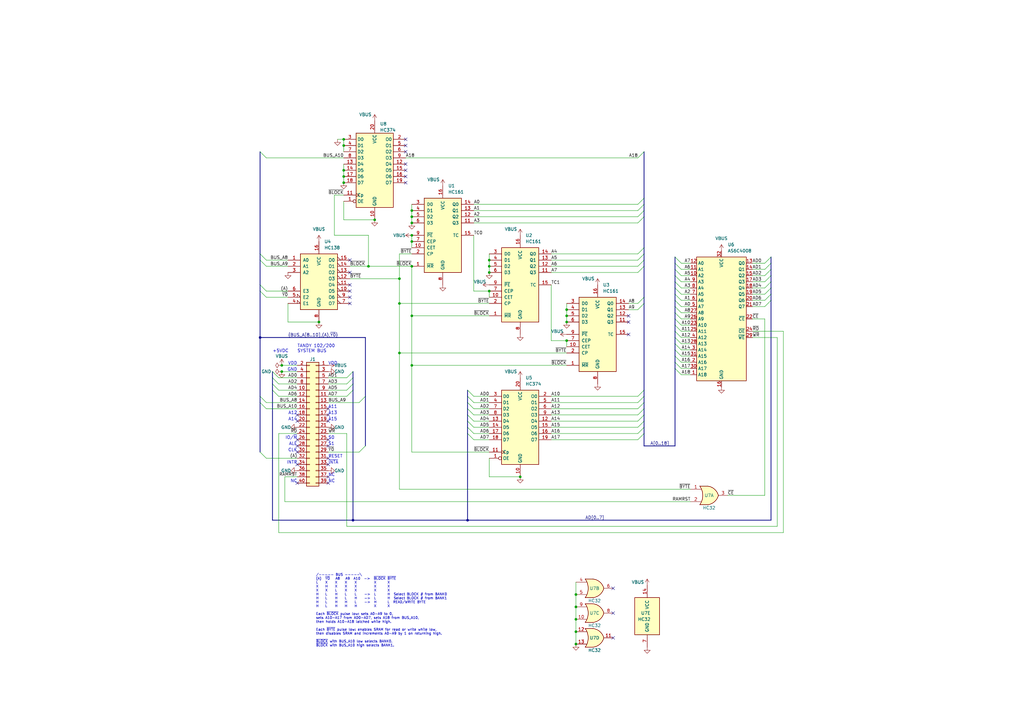
<source format=kicad_sch>
(kicad_sch (version 20231120) (generator "eeschema") (generator_version "8.0")
  (paper "A3")
  (title_block (title "MiniNDP 512 DIP Breadboard") (date "2023-12-04") (rev "002") (company "Brian K. White - b.kenyon.w@gmail.com") (comment 1 "Work-alike of NODE DATAPAC / RAMPAC") (comment 2 "This version is for breadboard prototyping and omits the battery backup components."))
  (junction (at 236.22 264.16))
  (junction (at 168.91 91.44))
  (junction (at 213.36 195.58))
  (junction (at 115.57 149.86))
  (junction (at 168.91 96.52))
  (junction (at 236.22 248.92))
  (junction (at 232.41 132.08))
  (junction (at 200.66 106.68))
  (junction (at 168.91 149.86))
  (junction (at 191.77 213.36))
  (junction (at 115.57 152.4))
  (junction (at 140.97 59.69))
  (junction (at 200.66 119.38))
  (junction (at 163.83 124.46))
  (junction (at 232.41 139.7))
  (junction (at 153.67 90.17))
  (junction (at 163.83 114.3))
  (junction (at 236.22 254))
  (junction (at 140.97 74.93))
  (junction (at 232.41 129.54))
  (junction (at 236.22 259.08))
  (junction (at 168.91 109.22))
  (junction (at 200.66 111.76))
  (junction (at 163.83 144.78))
  (junction (at 168.91 99.06))
  (junction (at 144.78 213.36))
  (junction (at 236.22 243.84))
  (junction (at 140.97 57.15))
  (junction (at 130.81 132.08))
  (junction (at 106.68 138.43))
  (junction (at 140.97 69.85))
  (junction (at 168.91 86.36))
  (junction (at 168.91 88.9))
  (junction (at 168.91 129.54))
  (junction (at 232.41 127))
  (junction (at 140.97 72.39))
  (junction (at 200.66 109.22))
  (junction (at 151.13 109.22))
  (no_connect (at 143.51 111.76))
  (no_connect (at 251.46 251.46))
  (no_connect (at 134.62 187.96))
  (no_connect (at 257.81 129.54))
  (no_connect (at 134.62 172.72))
  (no_connect (at 143.51 116.84))
  (no_connect (at 121.92 198.12))
  (no_connect (at 134.62 180.34))
  (no_connect (at 166.37 69.85))
  (no_connect (at 143.51 124.46))
  (no_connect (at 134.62 198.12))
  (no_connect (at 257.81 132.08))
  (no_connect (at 121.92 180.34))
  (no_connect (at 257.81 137.16))
  (no_connect (at 166.37 74.93))
  (no_connect (at 166.37 72.39))
  (no_connect (at 121.92 170.18))
  (no_connect (at 143.51 121.92))
  (no_connect (at 121.92 172.72))
  (no_connect (at 121.92 190.5))
  (no_connect (at 143.51 119.38))
  (no_connect (at 134.62 167.64))
  (no_connect (at 166.37 67.31))
  (no_connect (at 251.46 241.3))
  (no_connect (at 121.92 182.88))
  (no_connect (at 121.92 185.42))
  (no_connect (at 134.62 195.58))
  (no_connect (at 134.62 170.18))
  (no_connect (at 251.46 261.62))
  (no_connect (at 134.62 182.88))
  (no_connect (at 134.62 190.5))
  (no_connect (at 166.37 62.23))
  (no_connect (at 166.37 57.15))
  (no_connect (at 166.37 59.69))
  (no_connect (at 143.51 106.68))
  (bus_entry (at 261.62 127) (size 2.54 -2.54))
  (bus_entry (at 279.4 153.67) (size -2.54 -2.54))
  (bus_entry (at 313.69 110.49) (size 2.54 -2.54))
  (bus_entry (at 106.68 165.1) (size 2.54 2.54))
  (bus_entry (at 261.62 83.82) (size 2.54 -2.54))
  (bus_entry (at 114.3 160.02) (size -2.54 -2.54))
  (bus_entry (at 264.16 62.23) (size -2.54 2.54))
  (bus_entry (at 261.62 91.44) (size 2.54 -2.54))
  (bus_entry (at 279.4 118.11) (size -2.54 -2.54))
  (bus_entry (at 261.62 172.72) (size 2.54 -2.54))
  (bus_entry (at 279.4 120.65) (size -2.54 -2.54))
  (bus_entry (at 279.4 130.81) (size -2.54 -2.54))
  (bus_entry (at 261.62 175.26) (size 2.54 -2.54))
  (bus_entry (at 191.77 175.26) (size 2.54 2.54))
  (bus_entry (at 106.68 116.84) (size 2.54 2.54))
  (bus_entry (at 114.3 162.56) (size -2.54 -2.54))
  (bus_entry (at 279.4 143.51) (size -2.54 -2.54))
  (bus_entry (at 114.3 154.94) (size -2.54 -2.54))
  (bus_entry (at 106.68 106.68) (size 2.54 2.54))
  (bus_entry (at 279.4 125.73) (size -2.54 -2.54))
  (bus_entry (at 279.4 123.19) (size -2.54 -2.54))
  (bus_entry (at 279.4 115.57) (size -2.54 -2.54))
  (bus_entry (at 261.62 109.22) (size 2.54 -2.54))
  (bus_entry (at 279.4 128.27) (size -2.54 -2.54))
  (bus_entry (at 279.4 135.89) (size -2.54 -2.54))
  (bus_entry (at 142.24 154.94) (size 2.54 -2.54))
  (bus_entry (at 149.86 182.88) (size -2.54 2.54))
  (bus_entry (at 261.62 167.64) (size 2.54 -2.54))
  (bus_entry (at 279.4 151.13) (size -2.54 -2.54))
  (bus_entry (at 313.69 118.11) (size 2.54 -2.54))
  (bus_entry (at 261.62 177.8) (size 2.54 -2.54))
  (bus_entry (at 279.4 110.49) (size -2.54 -2.54))
  (bus_entry (at 149.86 162.56) (size -2.54 2.54))
  (bus_entry (at 313.69 120.65) (size 2.54 -2.54))
  (bus_entry (at 191.77 177.8) (size 2.54 2.54))
  (bus_entry (at 279.4 148.59) (size -2.54 -2.54))
  (bus_entry (at 106.68 104.14) (size 2.54 2.54))
  (bus_entry (at 261.62 106.68) (size 2.54 -2.54))
  (bus_entry (at 106.68 119.38) (size 2.54 2.54))
  (bus_entry (at 279.4 133.35) (size -2.54 -2.54))
  (bus_entry (at 313.69 125.73) (size 2.54 -2.54))
  (bus_entry (at 313.69 123.19) (size 2.54 -2.54))
  (bus_entry (at 114.3 157.48) (size -2.54 -2.54))
  (bus_entry (at 142.24 162.56) (size 2.54 -2.54))
  (bus_entry (at 261.62 124.46) (size 2.54 -2.54))
  (bus_entry (at 191.77 162.56) (size 2.54 2.54))
  (bus_entry (at 261.62 165.1) (size 2.54 -2.54))
  (bus_entry (at 279.4 138.43) (size -2.54 -2.54))
  (bus_entry (at 313.69 113.03) (size 2.54 -2.54))
  (bus_entry (at 191.77 172.72) (size 2.54 2.54))
  (bus_entry (at 313.69 107.95) (size 2.54 -2.54))
  (bus_entry (at 279.4 146.05) (size -2.54 -2.54))
  (bus_entry (at 261.62 162.56) (size 2.54 -2.54))
  (bus_entry (at 279.4 140.97) (size -2.54 -2.54))
  (bus_entry (at 261.62 104.14) (size 2.54 -2.54))
  (bus_entry (at 313.69 115.57) (size 2.54 -2.54))
  (bus_entry (at 106.68 162.56) (size 2.54 2.54))
  (bus_entry (at 191.77 170.18) (size 2.54 2.54))
  (bus_entry (at 261.62 88.9) (size 2.54 -2.54))
  (bus_entry (at 191.77 160.02) (size 2.54 2.54))
  (bus_entry (at 261.62 170.18) (size 2.54 -2.54))
  (bus_entry (at 279.4 107.95) (size -2.54 -2.54))
  (bus_entry (at 142.24 157.48) (size 2.54 -2.54))
  (bus_entry (at 191.77 165.1) (size 2.54 2.54))
  (bus_entry (at 106.68 62.23) (size 2.54 2.54))
  (bus_entry (at 191.77 167.64) (size 2.54 2.54))
  (bus_entry (at 279.4 113.03) (size -2.54 -2.54))
  (bus_entry (at 261.62 180.34) (size 2.54 -2.54))
  (bus_entry (at 109.22 187.96) (size -2.54 -2.54))
  (bus_entry (at 261.62 111.76) (size 2.54 -2.54))
  (bus_entry (at 142.24 160.02) (size 2.54 -2.54))
  (bus_entry (at 261.62 86.36) (size 2.54 -2.54))
  (bus (pts (xy 191.77 175.26) (xy 191.77 177.8)))
  (wire (pts (xy 194.31 162.56) (xy 200.66 162.56)))
  (bus (pts (xy 276.86 140.97) (xy 276.86 143.51)))
  (wire (pts (xy 163.83 200.66) (xy 283.21 200.66)))
  (bus (pts (xy 106.68 106.68) (xy 106.68 116.84)))
  (wire (pts (xy 313.69 130.81) (xy 308.61 130.81)))
  (wire (pts (xy 140.97 57.15) (xy 140.97 59.69)))
  (wire (pts (xy 168.91 96.52) (xy 168.91 99.06)))
  (wire (pts (xy 200.66 109.22) (xy 200.66 111.76)))
  (wire (pts (xy 116.84 195.58) (xy 116.84 205.74)))
  (wire (pts (xy 279.4 128.27) (xy 283.21 128.27)))
  (wire (pts (xy 109.22 64.77) (xy 140.97 64.77)))
  (wire (pts (xy 257.81 124.46) (xy 261.62 124.46)))
  (wire (pts (xy 168.91 129.54) (xy 200.66 129.54)))
  (wire (pts (xy 308.61 125.73) (xy 313.69 125.73)))
  (bus (pts (xy 106.68 138.43) (xy 149.86 138.43)))
  (wire (pts (xy 194.31 177.8) (xy 200.66 177.8)))
  (wire (pts (xy 200.66 195.58) (xy 200.66 187.96)))
  (wire (pts (xy 279.4 113.03) (xy 283.21 113.03)))
  (wire (pts (xy 226.06 170.18) (xy 261.62 170.18)))
  (bus (pts (xy 276.86 125.73) (xy 276.86 128.27)))
  (bus (pts (xy 276.86 148.59) (xy 276.86 151.13)))
  (wire (pts (xy 194.31 83.82) (xy 261.62 83.82)))
  (wire (pts (xy 114.3 162.56) (xy 121.92 162.56)))
  (bus (pts (xy 276.86 151.13) (xy 276.86 182.88)))
  (bus (pts (xy 149.86 138.43) (xy 149.86 162.56)))
  (wire (pts (xy 109.22 121.92) (xy 118.11 121.92)))
  (bus (pts (xy 106.68 165.1) (xy 106.68 185.42)))
  (bus (pts (xy 276.86 107.95) (xy 276.86 110.49)))
  (bus (pts (xy 191.77 177.8) (xy 191.77 213.36)))
  (wire (pts (xy 168.91 185.42) (xy 200.66 185.42)))
  (bus (pts (xy 111.76 154.94) (xy 111.76 157.48)))
  (wire (pts (xy 232.41 139.7) (xy 226.06 139.7)))
  (wire (pts (xy 163.83 124.46) (xy 200.66 124.46)))
  (bus (pts (xy 264.16 86.36) (xy 264.16 88.9)))
  (bus (pts (xy 144.78 160.02) (xy 144.78 213.36)))
  (bus (pts (xy 264.16 88.9) (xy 264.16 101.6)))
  (wire (pts (xy 279.4 133.35) (xy 283.21 133.35)))
  (wire (pts (xy 163.83 114.3) (xy 163.83 124.46)))
  (wire (pts (xy 114.3 154.94) (xy 121.92 154.94)))
  (wire (pts (xy 232.41 124.46) (xy 232.41 127)))
  (bus (pts (xy 106.68 116.84) (xy 106.68 119.38)))
  (bus (pts (xy 264.16 182.88) (xy 276.86 182.88)))
  (wire (pts (xy 134.62 165.1) (xy 147.32 165.1)))
  (bus (pts (xy 144.78 213.36) (xy 191.77 213.36)))
  (wire (pts (xy 151.13 109.22) (xy 168.91 109.22)))
  (bus (pts (xy 264.16 106.68) (xy 264.16 109.22)))
  (bus (pts (xy 111.76 160.02) (xy 111.76 213.36)))
  (bus (pts (xy 316.23 115.57) (xy 316.23 118.11)))
  (wire (pts (xy 308.61 120.65) (xy 313.69 120.65)))
  (bus (pts (xy 264.16 170.18) (xy 264.16 172.72)))
  (wire (pts (xy 279.4 123.19) (xy 283.21 123.19)))
  (bus (pts (xy 276.86 105.41) (xy 276.86 107.95)))
  (wire (pts (xy 226.06 162.56) (xy 261.62 162.56)))
  (wire (pts (xy 232.41 127) (xy 232.41 129.54)))
  (wire (pts (xy 279.4 110.49) (xy 283.21 110.49)))
  (wire (pts (xy 226.06 180.34) (xy 261.62 180.34)))
  (bus (pts (xy 276.86 123.19) (xy 276.86 125.73)))
  (wire (pts (xy 163.83 144.78) (xy 232.41 144.78)))
  (wire (pts (xy 226.06 172.72) (xy 261.62 172.72)))
  (bus (pts (xy 264.16 177.8) (xy 264.16 182.88)))
  (wire (pts (xy 137.16 96.52) (xy 137.16 80.01)))
  (wire (pts (xy 279.4 135.89) (xy 283.21 135.89)))
  (bus (pts (xy 276.86 120.65) (xy 276.86 123.19)))
  (wire (pts (xy 279.4 146.05) (xy 283.21 146.05)))
  (wire (pts (xy 168.91 101.6) (xy 168.91 99.06)))
  (wire (pts (xy 115.57 149.86) (xy 121.92 149.86)))
  (wire (pts (xy 318.77 138.43) (xy 318.77 215.9)))
  (wire (pts (xy 142.24 177.8) (xy 142.24 215.9)))
  (wire (pts (xy 232.41 139.7) (xy 232.41 142.24)))
  (wire (pts (xy 279.4 115.57) (xy 283.21 115.57)))
  (wire (pts (xy 163.83 144.78) (xy 163.83 200.66)))
  (wire (pts (xy 140.97 90.17) (xy 140.97 82.55)))
  (bus (pts (xy 276.86 115.57) (xy 276.86 118.11)))
  (wire (pts (xy 194.31 175.26) (xy 200.66 175.26)))
  (bus (pts (xy 316.23 118.11) (xy 316.23 120.65)))
  (bus (pts (xy 276.86 128.27) (xy 276.86 130.81)))
  (wire (pts (xy 134.62 154.94) (xy 142.24 154.94)))
  (wire (pts (xy 257.81 127) (xy 261.62 127)))
  (bus (pts (xy 106.68 62.23) (xy 106.68 104.14)))
  (wire (pts (xy 114.3 160.02) (xy 121.92 160.02)))
  (bus (pts (xy 106.68 162.56) (xy 106.68 165.1)))
  (wire (pts (xy 168.91 83.82) (xy 168.91 86.36)))
  (wire (pts (xy 279.4 153.67) (xy 283.21 153.67)))
  (wire (pts (xy 118.11 132.08) (xy 130.81 132.08)))
  (bus (pts (xy 264.16 167.64) (xy 264.16 170.18)))
  (wire (pts (xy 236.22 254) (xy 236.22 259.08)))
  (bus (pts (xy 316.23 110.49) (xy 316.23 113.03)))
  (bus (pts (xy 264.16 162.56) (xy 264.16 165.1)))
  (bus (pts (xy 264.16 172.72) (xy 264.16 175.26)))
  (wire (pts (xy 226.06 175.26) (xy 261.62 175.26)))
  (bus (pts (xy 264.16 81.28) (xy 264.16 83.82)))
  (wire (pts (xy 279.4 143.51) (xy 283.21 143.51)))
  (bus (pts (xy 191.77 172.72) (xy 191.77 175.26)))
  (bus (pts (xy 106.68 104.14) (xy 106.68 106.68)))
  (wire (pts (xy 200.66 106.68) (xy 200.66 109.22)))
  (wire (pts (xy 194.31 96.52) (xy 194.31 119.38)))
  (wire (pts (xy 194.31 91.44) (xy 261.62 91.44)))
  (bus (pts (xy 264.16 165.1) (xy 264.16 167.64)))
  (wire (pts (xy 143.51 109.22) (xy 151.13 109.22)))
  (bus (pts (xy 149.86 162.56) (xy 149.86 182.88)))
  (wire (pts (xy 137.16 80.01) (xy 140.97 80.01)))
  (wire (pts (xy 318.77 138.43) (xy 308.61 138.43)))
  (wire (pts (xy 308.61 115.57) (xy 313.69 115.57)))
  (wire (pts (xy 194.31 165.1) (xy 200.66 165.1)))
  (wire (pts (xy 116.84 205.74) (xy 283.21 205.74)))
  (bus (pts (xy 191.77 213.36) (xy 316.23 213.36)))
  (wire (pts (xy 134.62 177.8) (xy 142.24 177.8)))
  (bus (pts (xy 106.68 138.43) (xy 106.68 162.56)))
  (wire (pts (xy 163.83 124.46) (xy 163.83 144.78)))
  (wire (pts (xy 279.4 107.95) (xy 283.21 107.95)))
  (wire (pts (xy 226.06 165.1) (xy 261.62 165.1)))
  (wire (pts (xy 115.57 152.4) (xy 121.92 152.4)))
  (bus (pts (xy 264.16 109.22) (xy 264.16 121.92)))
  (bus (pts (xy 191.77 160.02) (xy 191.77 162.56)))
  (bus (pts (xy 264.16 121.92) (xy 264.16 124.46)))
  (bus (pts (xy 316.23 107.95) (xy 316.23 110.49)))
  (wire (pts (xy 194.31 119.38) (xy 200.66 119.38)))
  (wire (pts (xy 151.13 109.22) (xy 151.13 96.52)))
  (bus (pts (xy 316.23 120.65) (xy 316.23 123.19)))
  (wire (pts (xy 163.83 104.14) (xy 168.91 104.14)))
  (bus (pts (xy 276.86 118.11) (xy 276.86 120.65)))
  (wire (pts (xy 168.91 109.22) (xy 168.91 129.54)))
  (bus (pts (xy 144.78 154.94) (xy 144.78 157.48)))
  (bus (pts (xy 276.86 110.49) (xy 276.86 113.03)))
  (wire (pts (xy 236.22 259.08) (xy 236.22 264.16)))
  (wire (pts (xy 166.37 64.77) (xy 261.62 64.77)))
  (wire (pts (xy 163.83 104.14) (xy 163.83 114.3)))
  (bus (pts (xy 316.23 105.41) (xy 316.23 107.95)))
  (bus (pts (xy 276.86 130.81) (xy 276.86 133.35)))
  (bus (pts (xy 144.78 157.48) (xy 144.78 160.02)))
  (wire (pts (xy 308.61 118.11) (xy 313.69 118.11)))
  (wire (pts (xy 226.06 106.68) (xy 261.62 106.68)))
  (wire (pts (xy 140.97 59.69) (xy 140.97 62.23)))
  (bus (pts (xy 276.86 143.51) (xy 276.86 146.05)))
  (wire (pts (xy 236.22 248.92) (xy 236.22 254)))
  (wire (pts (xy 194.31 170.18) (xy 200.66 170.18)))
  (wire (pts (xy 153.67 90.17) (xy 140.97 90.17)))
  (wire (pts (xy 279.4 130.81) (xy 283.21 130.81)))
  (bus (pts (xy 276.86 135.89) (xy 276.86 138.43)))
  (bus (pts (xy 191.77 167.64) (xy 191.77 170.18)))
  (bus (pts (xy 111.76 157.48) (xy 111.76 160.02)))
  (wire (pts (xy 138.43 57.15) (xy 140.97 57.15)))
  (wire (pts (xy 226.06 111.76) (xy 261.62 111.76)))
  (wire (pts (xy 134.62 157.48) (xy 142.24 157.48)))
  (wire (pts (xy 226.06 139.7) (xy 226.06 116.84)))
  (wire (pts (xy 226.06 109.22) (xy 261.62 109.22)))
  (wire (pts (xy 226.06 177.8) (xy 261.62 177.8)))
  (wire (pts (xy 140.97 69.85) (xy 140.97 72.39)))
  (wire (pts (xy 109.22 165.1) (xy 121.92 165.1)))
  (wire (pts (xy 279.4 118.11) (xy 283.21 118.11)))
  (wire (pts (xy 279.4 125.73) (xy 283.21 125.73)))
  (bus (pts (xy 316.23 113.03) (xy 316.23 115.57)))
  (wire (pts (xy 151.13 96.52) (xy 137.16 96.52)))
  (wire (pts (xy 109.22 119.38) (xy 118.11 119.38)))
  (bus (pts (xy 264.16 104.14) (xy 264.16 106.68)))
  (bus (pts (xy 144.78 152.4) (xy 144.78 154.94)))
  (wire (pts (xy 308.61 113.03) (xy 313.69 113.03)))
  (wire (pts (xy 194.31 172.72) (xy 200.66 172.72)))
  (bus (pts (xy 276.86 146.05) (xy 276.86 148.59)))
  (wire (pts (xy 168.91 86.36) (xy 168.91 88.9)))
  (wire (pts (xy 308.61 110.49) (xy 313.69 110.49)))
  (wire (pts (xy 140.97 72.39) (xy 140.97 74.93)))
  (wire (pts (xy 308.61 107.95) (xy 313.69 107.95)))
  (bus (pts (xy 264.16 62.23) (xy 264.16 81.28)))
  (wire (pts (xy 143.51 114.3) (xy 163.83 114.3)))
  (wire (pts (xy 118.11 124.46) (xy 118.11 132.08)))
  (bus (pts (xy 191.77 165.1) (xy 191.77 167.64)))
  (wire (pts (xy 236.22 243.84) (xy 236.22 248.92)))
  (wire (pts (xy 279.4 148.59) (xy 283.21 148.59)))
  (wire (pts (xy 236.22 238.76) (xy 236.22 243.84)))
  (bus (pts (xy 264.16 83.82) (xy 264.16 86.36)))
  (wire (pts (xy 168.91 129.54) (xy 168.91 149.86)))
  (wire (pts (xy 308.61 123.19) (xy 313.69 123.19)))
  (wire (pts (xy 114.3 177.8) (xy 114.3 218.44)))
  (wire (pts (xy 114.3 157.48) (xy 121.92 157.48)))
  (bus (pts (xy 264.16 160.02) (xy 264.16 162.56)))
  (bus (pts (xy 106.68 119.38) (xy 106.68 138.43)))
  (wire (pts (xy 134.62 162.56) (xy 142.24 162.56)))
  (bus (pts (xy 264.16 101.6) (xy 264.16 104.14)))
  (wire (pts (xy 232.41 129.54) (xy 232.41 132.08)))
  (wire (pts (xy 121.92 177.8) (xy 114.3 177.8)))
  (wire (pts (xy 318.77 215.9) (xy 142.24 215.9)))
  (wire (pts (xy 313.69 130.81) (xy 313.69 203.2)))
  (wire (pts (xy 134.62 160.02) (xy 142.24 160.02)))
  (wire (pts (xy 109.22 106.68) (xy 118.11 106.68)))
  (wire (pts (xy 168.91 149.86) (xy 168.91 185.42)))
  (bus (pts (xy 276.86 138.43) (xy 276.86 140.97)))
  (wire (pts (xy 194.31 86.36) (xy 261.62 86.36)))
  (wire (pts (xy 168.91 149.86) (xy 232.41 149.86)))
  (wire (pts (xy 134.62 185.42) (xy 147.32 185.42)))
  (wire (pts (xy 194.31 167.64) (xy 200.66 167.64)))
  (wire (pts (xy 109.22 167.64) (xy 121.92 167.64)))
  (wire (pts (xy 279.4 151.13) (xy 283.21 151.13)))
  (wire (pts (xy 116.84 195.58) (xy 121.92 195.58)))
  (wire (pts (xy 194.31 88.9) (xy 261.62 88.9)))
  (wire (pts (xy 213.36 195.58) (xy 200.66 195.58)))
  (bus (pts (xy 264.16 124.46) (xy 264.16 160.02)))
  (bus (pts (xy 191.77 170.18) (xy 191.77 172.72)))
  (wire (pts (xy 200.66 104.14) (xy 200.66 106.68)))
  (wire (pts (xy 109.22 109.22) (xy 118.11 109.22)))
  (bus (pts (xy 316.23 123.19) (xy 316.23 213.36)))
  (wire (pts (xy 279.4 120.65) (xy 283.21 120.65)))
  (wire (pts (xy 226.06 104.14) (xy 261.62 104.14)))
  (bus (pts (xy 276.86 133.35) (xy 276.86 135.89)))
  (wire (pts (xy 308.61 135.89) (xy 321.31 135.89)))
  (wire (pts (xy 200.66 119.38) (xy 200.66 121.92)))
  (bus (pts (xy 276.86 113.03) (xy 276.86 115.57)))
  (wire (pts (xy 194.31 180.34) (xy 200.66 180.34)))
  (wire (pts (xy 321.31 218.44) (xy 321.31 135.89)))
  (wire (pts (xy 109.22 187.96) (xy 121.92 187.96)))
  (bus (pts (xy 111.76 152.4) (xy 111.76 154.94)))
  (wire (pts (xy 279.4 138.43) (xy 283.21 138.43)))
  (wire (pts (xy 226.06 167.64) (xy 261.62 167.64)))
  (wire (pts (xy 168.91 88.9) (xy 168.91 91.44)))
  (wire (pts (xy 279.4 140.97) (xy 283.21 140.97)))
  (bus (pts (xy 191.77 162.56) (xy 191.77 165.1)))
  (bus (pts (xy 111.76 213.36) (xy 144.78 213.36)))
  (bus (pts (xy 264.16 175.26) (xy 264.16 177.8)))
  (wire (pts (xy 140.97 67.31) (xy 140.97 69.85)))
  (wire (pts (xy 313.69 203.2) (xy 298.45 203.2)))
  (wire (pts (xy 114.3 218.44) (xy 321.31 218.44)))
  (text "TANDY 102/200\nSYSTEM BUS" (at 121.92 144.78 0) (effects (font (size 1.27 1.27)) (justify left bottom)))
  (text "+5VDC" (at 111.76 144.78 0) (effects (font (size 1.27 1.27)) (justify left bottom)))
  (text "A15" (at 134.62 172.72 0) (effects (font (size 1.27 1.27)) (justify left bottom)))
  (text "INTR" (at 121.92 190.5 0) (effects (font (size 1.27 1.27)) (justify right bottom)))
  (text "A14" (at 121.92 172.72 0) (effects (font (size 1.27 1.27)) (justify right bottom)))
  (text "ALE" (at 121.92 182.88 0) (effects (font (size 1.27 1.27)) (justify right bottom)))
  (text "S1" (at 134.62 182.88 0) (effects (font (size 1.27 1.27)) (justify left bottom)))
  (text "NC" (at 134.62 198.12 0) (effects (font (size 1.27 1.27)) (justify left bottom)))
  (text "NC" (at 134.62 195.58 0) (effects (font (size 1.27 1.27)) (justify left bottom)))
  (text "~{INTA}" (at 134.62 190.5 0) (effects (font (size 1.27 1.27)) (justify left bottom)))
  (text "CLK" (at 121.92 185.42 0) (effects (font (size 1.27 1.27)) (justify right bottom)))
  (text "GND" (at 121.92 152.4 0) (effects (font (size 1.27 1.27)) (justify right bottom)))
  (text "/----- BUS -----\\\n(A)	~{YO}   A8   A9  A10  ->  ~{BLOCK} ~{BYTE}\nL	X	X	X	X		X	  X\nX	H	X	X	X		X	  X\nX	X	L	X	X		X	  X\nH	L	H	L	L	->  L	  H  Select BLOCK # from BANK0\nH	L	H	L	H	->  L	  H  Select BLOCK # from BANK1\nH	L	H	H	L	->  H	  L  READ/WRITE BYTE\nH	L	H	H	H		X	  X\n\nEach ~{BLOCK} pulse low: sets A0-A9 to 0,\nsets A10-A17 from AD0-AD7, sets A18 from BUS_A10,\nthen holds A10-A18 latched while high.\n\nEach ~{BYTE} pulse low: enables SRAM for read or write while low,\nthen disables SRAM and increments A0-A9 by 1 on returning high.\n\n~{BLOCK} with BUS_A10 low selects BANK0.\n~{BLOCK} with BUS_A10 high selects BANK1." (at 129.54 265.43 0) (effects (font (size 1 1)) (justify left bottom)))
  (text "IO/~{M}" (at 121.92 180.34 0) (effects (font (size 1.27 1.27)) (justify right bottom)))
  (text "VDD" (at 121.92 149.86 0) (effects (font (size 1.27 1.27)) (justify right bottom)))
  (text "S0" (at 134.62 180.34 0) (effects (font (size 1.27 1.27)) (justify left bottom)))
  (text "RESET" (at 134.62 187.96 0) (effects (font (size 1.27 1.27)) (justify left bottom)))
  (text "NC" (at 121.92 198.12 0) (effects (font (size 1.27 1.27)) (justify right bottom)))
  (text "A11" (at 134.62 167.64 0) (effects (font (size 1.27 1.27)) (justify left bottom)))
  (text "VDD" (at 134.62 149.86 0) (effects (font (size 1.27 1.27)) (justify left bottom)))
  (text "A13" (at 134.62 170.18 0) (effects (font (size 1.27 1.27)) (justify left bottom)))
  (text "A12" (at 121.92 170.18 0) (effects (font (size 1.27 1.27)) (justify right bottom)))
  (label "BUS_A8" (at 121.92 165.1 180))
  (label "~{RD}" (at 308.61 135.89 0))
  (label "A17" (at 226.06 180.34 0))
  (label "AD3" (at 134.62 157.48 0))
  (label "A5" (at 226.06 106.68 0))
  (label "A1" (at 283.21 123.19 180))
  (label "A7" (at 283.21 107.95 180))
  (label "A2" (at 194.31 88.9 0))
  (label "AD5" (at 200.66 175.26 180))
  (label "A13" (at 283.21 140.97 180))
  (label "AD0" (at 308.61 107.95 0))
  (label "A1" (at 194.31 86.36 0))
  (label "RAMRST" (at 283.21 205.74 180))
  (label "~{CE}" (at 298.45 203.2 0))
  (label "A16" (at 283.21 148.59 180))
  (label "BUS_A10" (at 121.92 167.64 180))
  (label "A11" (at 226.06 165.1 0))
  (label "AD6" (at 200.66 177.8 180))
  (label "~{Y0}" (at 118.11 121.92 180))
  (label "AD1" (at 134.62 154.94 0))
  (label "A6" (at 226.06 109.22 0))
  (label "~{BLOCK}" (at 143.51 109.22 0))
  (label "A7" (at 226.06 111.76 0))
  (label "AD[0..7]" (at 240.03 213.36 0))
  (label "A9" (at 257.81 127 0))
  (label "~{BYTE}" (at 232.41 144.78 180))
  (label "AD5" (at 308.61 120.65 0))
  (label "A10" (at 226.06 162.56 0))
  (label "RAMRST" (at 121.92 195.58 180))
  (label "A18" (at 283.21 153.67 180))
  (label "AD7" (at 134.62 162.56 0))
  (label "A0" (at 194.31 83.82 0))
  (label "AD2" (at 121.92 157.48 180))
  (label "~{BLOCK}" (at 140.97 80.01 180))
  (label "~{Y0}" (at 134.62 185.42 0))
  (label "AD1" (at 308.61 110.49 0))
  (label "A12" (at 226.06 167.64 0))
  (label "A17" (at 283.21 151.13 180))
  (label "AD0" (at 200.66 162.56 180))
  (label "A3" (at 283.21 118.11 180))
  (label "A[0..18]" (at 266.7 182.88 0))
  (label "A8" (at 283.21 128.27 180))
  (label "(A)" (at 118.11 119.38 180))
  (label "AD6" (at 121.92 162.56 180))
  (label "A2" (at 283.21 120.65 180))
  (label "A15" (at 283.21 146.05 180))
  (label "A6" (at 283.21 110.49 180))
  (label "A9" (at 283.21 130.81 180))
  (label "AD4" (at 200.66 172.72 180))
  (label "AD7" (at 308.61 125.73 0))
  (label "~{BLOCK}" (at 168.91 109.22 180))
  (label "AD4" (at 308.61 118.11 0))
  (label "AD2" (at 200.66 167.64 180))
  (label "A15" (at 226.06 175.26 0))
  (label "~{BLOCK}" (at 232.41 149.86 180))
  (label "A18" (at 261.62 64.77 180))
  (label "A13" (at 226.06 170.18 0))
  (label "A8" (at 257.81 124.46 0))
  (label "AD0" (at 121.92 154.94 180))
  (label "~{WR}" (at 308.61 138.43 0))
  (label "A16" (at 226.06 177.8 0))
  (label "A4" (at 226.06 104.14 0))
  (label "AD3" (at 308.61 115.57 0))
  (label "{BUS_A[8..10],(A),~{Y0}}" (at 118.11 138.43 0))
  (label "A3" (at 194.31 91.44 0))
  (label "BUS_A9" (at 118.11 109.22 180))
  (label "AD4" (at 121.92 160.02 180))
  (label "A11" (at 283.21 135.89 180))
  (label "A12" (at 283.21 138.43 180))
  (label "A0" (at 283.21 125.73 180))
  (label "~{BLOCK}" (at 200.66 185.42 180))
  (label "A18" (at 166.37 64.77 0))
  (label "A14" (at 226.06 172.72 0))
  (label "~{BYTE}" (at 200.66 124.46 180))
  (label "A5" (at 283.21 113.03 180))
  (label "BUS_A8" (at 118.11 106.68 180))
  (label "AD2" (at 308.61 113.03 0))
  (label "AD7" (at 200.66 180.34 180))
  (label "BUS_A10" (at 140.97 64.77 180))
  (label "A14" (at 283.21 143.51 180))
  (label "AD1" (at 200.66 165.1 180))
  (label "~{WR}" (at 134.62 177.8 0))
  (label "~{BYTE}" (at 283.21 200.66 180))
  (label "~{BYTE}" (at 168.91 104.14 180))
  (label "(A)" (at 121.92 187.96 180))
  (label "A10" (at 283.21 133.35 180))
  (label "BUS_A9" (at 134.62 165.1 0))
  (label "AD6" (at 308.61 123.19 0))
  (label "TC0" (at 194.31 96.52 0))
  (label "TC1" (at 226.06 116.84 0))
  (label "~{RD}" (at 121.92 177.8 180))
  (label "~{BLOCK}" (at 200.66 129.54 180))
  (label "AD5" (at 134.62 160.02 0))
  (label "~{BYTE}" (at 143.51 114.3 0))
  (label "~{CE}" (at 308.61 130.81 0))
  (label "A4" (at 283.21 115.57 180))
  (label "AD3" (at 200.66 170.18 180))
  (symbol (lib_id "power:GND") (at 245.11 157.48 0) (unit 1)
    (property "Reference" "#PWR020" (effects (hide yes)))
    (property "Value" "GND" (effects (hide yes)))
  )
  (symbol (lib_id "000_LOCAL:AS6C4008_DIP") (at 295.91 128.27 0) (unit 1)
    (property "Reference" "U6" (at 298.45 100.33 0) (effects (justify left)))
    (property "Value" "AS6C4008" (at 298.45 102.87 0) (effects (justify left)))
    (property "Footprint" "000_LOCAL:DIP-32_W15.24mm" (effects (hide yes)))
    (property "Datasheet" "datasheets/AS6C4008.pdf" (effects (hide yes)))
  )
  (symbol (lib_id "power:GND") (at 134.62 193.04 90) (unit 1)
    (property "Reference" "#PWR08" (effects (hide yes)))
    (property "Value" "GND" (at 137.16 193.04 90) (effects (justify right)))
  )
  (symbol (lib_id "000_LOCAL:74xx374") (at 153.67 69.85 0) (unit 1)
    (property "Reference" "U8" (at 155.8641 50.8 0) (effects (justify left)))
    (property "Value" "HC374" (at 155.8641 53.34 0) (effects (justify left)))
    (property "Footprint" "000_LOCAL:DIP-20_W7.62mm" (effects (hide yes)))
    (property "Datasheet" "datasheets/74xx374.pdf" (effects (hide yes)))
  )
  (symbol (lib_id "power:VBUS") (at 115.57 149.86 0) (unit 1)
    (property "Reference" "#PWR01" (effects (hide yes)))
    (property "Value" "VBUS" (at 115.57 146.05 0))
  )
  (symbol (lib_id "000_LOCAL:74xx374") (at 213.36 175.26 0) (unit 1)
    (property "Reference" "U5" (at 215.5541 154.94 0) (effects (justify left)))
    (property "Value" "HC374" (at 215.5541 157.48 0) (effects (justify left)))
    (property "Footprint" "000_LOCAL:DIP-20_W7.62mm" (effects (hide yes)))
    (property "Datasheet" "datasheets/74xx374.pdf" (effects (hide yes)))
  )
  (symbol (lib_id "power:VBUS") (at 200.66 116.84 90) (unit 1)
    (property "Reference" "#PWR035" (effects (hide yes)))
    (property "Value" "VBUS" (at 199.39 115.57 90) (effects (justify left)))
  )
  (symbol (lib_id "power:GND") (at 130.81 132.08 0) (unit 1)
    (property "Reference" "#PWR022" (effects (hide yes)))
    (property "Value" "GND" (effects (hide yes)))
  )
  (symbol (lib_id "power:GND") (at 121.92 175.26 270) (unit 1)
    (property "Reference" "#PWR05" (effects (hide yes)))
    (property "Value" "GND" (at 119.38 175.26 90) (effects (justify right)))
  )
  (symbol (lib_id "power:VBUS") (at 232.41 137.16 90) (unit 1)
    (property "Reference" "#PWR054" (effects (hide yes)))
    (property "Value" "VBUS" (at 231.14 135.89 90) (effects (justify left)))
  )
  (symbol (lib_id "power:GND") (at 295.91 158.75 0) (unit 1)
    (property "Reference" "#PWR038" (effects (hide yes)))
    (property "Value" "GND" (effects (hide yes)))
  )
  (symbol (lib_id "power:PWR_FLAG") (at 115.57 149.86 90) (unit 1)
    (property "Reference" "#FLG01" (effects (hide yes)))
    (property "Value" "PWR_FLAG" (effects (hide yes)))
  )
  (symbol (lib_id "000_LOCAL:74xx32") (at 290.83 203.2 0) (unit 1)
    (property "Reference" "U7" (at 290.83 203.2 0))
    (property "Value" "HC32" (at 290.83 208.28 0))
    (property "Footprint" "000_LOCAL:DIP-14_W7.62mm" (effects (hide yes)))
    (property "Datasheet" "datasheets/74xx32.pdf" (effects (hide yes)))
  )
  (symbol (lib_id "000_LOCAL:74xx161") (at 245.11 137.16 0) (unit 1)
    (property "Reference" "U3" (at 247.3041 116.84 0) (effects (justify left)))
    (property "Value" "HC161" (at 247.3041 119.38 0) (effects (justify left)))
    (property "Footprint" "000_LOCAL:DIP-16_W7.62mm" (effects (hide yes)))
    (property "Datasheet" "datasheets/74xx161.pdf" (effects (hide yes)))
  )
  (symbol (lib_id "power:GND") (at 121.92 193.04 270) (unit 1)
    (property "Reference" "#PWR07" (effects (hide yes)))
    (property "Value" "GND" (at 119.38 193.04 90) (effects (justify right)))
  )
  (symbol (lib_id "power:VBUS") (at 134.62 149.86 270) (unit 1)
    (property "Reference" "#PWR042" (effects (hide yes)))
    (property "Value" "VBUS" (at 139.7 149.86 90))
  )
  (symbol (lib_id "power:VBUS") (at 265.43 240.03 0) (unit 1)
    (property "Reference" "#PWR09" (effects (hide yes)))
    (property "Value" "VBUS" (at 261.62 238.76 0))
  )
  (symbol (lib_id "power:VBUS") (at 153.67 49.53 0) (unit 1)
    (property "Reference" "#PWR013" (effects (hide yes)))
    (property "Value" "VBUS" (at 149.86 46.99 0))
  )
  (symbol (lib_id "power:GND") (at 236.22 264.16 0) (unit 1)
    (property "Reference" "#PWR014" (effects (hide yes)))
    (property "Value" "GND" (effects (hide yes)))
  )
  (symbol (lib_id "power:GND") (at 115.57 152.4 0) (unit 1)
    (property "Reference" "#PWR03" (effects (hide yes)))
    (property "Value" "GND" (at 109.22 152.4 0))
  )
  (symbol (lib_id "000_LOCAL:74xx161") (at 181.61 96.52 0) (unit 1)
    (property "Reference" "U1" (at 183.8041 76.2 0) (effects (justify left)))
    (property "Value" "HC161" (at 183.8041 78.74 0) (effects (justify left)))
    (property "Footprint" "000_LOCAL:DIP-16_W7.62mm" (effects (hide yes)))
    (property "Datasheet" "datasheets/74xx161.pdf" (effects (hide yes)))
  )
  (symbol (lib_id "power:GND") (at 213.36 195.58 0) (unit 1)
    (property "Reference" "#PWR011" (effects (hide yes)))
    (property "Value" "GND" (effects (hide yes)))
  )
  (symbol (lib_id "000_LOCAL:74xx138") (at 130.81 114.3 0) (unit 1)
    (property "Reference" "U4" (at 133.0041 99.06 0) (effects (justify left)))
    (property "Value" "HC138" (at 133.0041 101.6 0) (effects (justify left)))
    (property "Footprint" "000_LOCAL:DIP-16_W7.62mm" (effects (hide yes)))
    (property "Datasheet" "datasheets/74xx138.pdf" (effects (hide yes)))
  )
  (symbol (lib_id "power:GND") (at 118.11 111.76 0) (unit 1)
    (property "Reference" "#PWR037" (effects (hide yes)))
    (property "Value" "GND" (effects (hide yes)))
  )
  (symbol (lib_id "power:GND") (at 232.41 132.08 0) (unit 1)
    (property "Reference" "#PWR034" (effects (hide yes)))
    (property "Value" "GND" (effects (hide yes)))
  )
  (symbol (lib_id "power:GND") (at 200.66 111.76 0) (unit 1)
    (property "Reference" "#PWR027" (effects (hide yes)))
    (property "Value" "GND" (effects (hide yes)))
  )
  (symbol (lib_id "power:PWR_FLAG") (at 115.57 152.4 90) (unit 1)
    (property "Reference" "#FLG03" (effects (hide yes)))
    (property "Value" "PWR_FLAG" (effects (hide yes)))
  )
  (symbol (lib_id "000_LOCAL:74xx161") (at 213.36 116.84 0) (unit 1)
    (property "Reference" "U2" (at 215.5541 96.52 0) (effects (justify left)))
    (property "Value" "HC161" (at 215.5541 99.06 0) (effects (justify left)))
    (property "Footprint" "000_LOCAL:DIP-16_W7.62mm" (effects (hide yes)))
    (property "Datasheet" "datasheets/74xx161.pdf" (effects (hide yes)))
  )
  (symbol (lib_id "power:GND") (at 138.43 57.15 0) (unit 1)
    (property "Reference" "#PWR021" (effects (hide yes)))
    (property "Value" "GND" (effects (hide yes)))
  )
  (symbol (lib_id "power:GND") (at 134.62 175.26 90) (unit 1)
    (property "Reference" "#PWR06" (effects (hide yes)))
    (property "Value" "GND" (at 137.16 175.26 90) (effects (justify right)))
  )
  (symbol (lib_id "power:VBUS") (at 168.91 96.52 90) (unit 1)
    (property "Reference" "#PWR036" (effects (hide yes)))
    (property "Value" "VBUS" (at 166.37 96.52 90) (effects (justify left)))
  )
  (symbol (lib_id "power:GND") (at 265.43 265.43 0) (unit 1)
    (property "Reference" "#PWR043" (effects (hide yes)))
    (property "Value" "GND" (effects (hide yes)))
  )
  (symbol (lib_id "power:GND") (at 134.62 152.4 90) (unit 1)
    (property "Reference" "#PWR04" (effects (hide yes)))
    (property "Value" "GND" (at 137.16 152.4 90) (effects (justify right)))
  )
  (symbol (lib_name "74xx32_3") (lib_id "000_LOCAL:74xx32") (at 243.84 261.62 0) (unit 4)
    (property "Reference" "U7" (at 243.84 261.62 0))
    (property "Value" "HC32" (at 243.84 266.7 0))
    (property "Footprint" "000_LOCAL:DIP-14_W7.62mm" (effects (hide yes)))
    (property "Datasheet" "datasheets/74xx32.pdf" (effects (hide yes)))
  )
  (symbol (lib_id "power:GND") (at 140.97 74.93 0) (unit 1)
    (property "Reference" "#PWR015" (effects (hide yes)))
    (property "Value" "GND" (effects (hide yes)))
  )
  (symbol (lib_id "power:GND") (at 153.67 90.17 0) (unit 1)
    (property "Reference" "#PWR012" (effects (hide yes)))
    (property "Value" "GND" (effects (hide yes)))
  )
  (symbol (lib_id "power:VBUS") (at 245.11 116.84 0) (unit 1)
    (property "Reference" "#PWR02" (effects (hide yes)))
    (property "Value" "VBUS" (at 241.3 114.3 0))
  )
  (symbol (lib_id "power:GND") (at 181.61 116.84 0) (unit 1)
    (property "Reference" "#PWR018" (effects (hide yes)))
    (property "Value" "GND" (effects (hide yes)))
  )
  (symbol (lib_name "74xx32_2") (lib_id "000_LOCAL:74xx32") (at 243.84 251.46 0) (unit 3)
    (property "Reference" "U7" (at 243.84 251.46 0))
    (property "Value" "HC32" (at 243.84 256.54 0))
    (property "Footprint" "000_LOCAL:DIP-14_W7.62mm" (effects (hide yes)))
    (property "Datasheet" "datasheets/74xx32.pdf" (effects (hide yes)))
  )
  (symbol (lib_id "power:VBUS") (at 295.91 102.87 0) (unit 1)
    (property "Reference" "#PWR010" (effects (hide yes)))
    (property "Value" "VBUS" (at 295.91 97.79 0))
  )
  (symbol (lib_id "000_LOCAL:Conn_02x20_Odd_Even") (at 129.54 172.72 0) (mirror y) (unit 1)
    (property "Reference" "J1" (at 128.27 147.32 0))
    (property "Value" "Conn_02x20_Odd_Even" (effects (hide yes)))
    (property "Footprint" "000_LOCAL:IDC-Header_2x20_P2.54mm_Vertical" (effects (hide yes)))
    (property "Datasheet" "datasheets/2x20_male_boxed.pdf" (effects (hide yes)))
  )
  (symbol (lib_id "power:VBUS") (at 213.36 154.94 0) (unit 1)
    (property "Reference" "#PWR032" (effects (hide yes)))
    (property "Value" "VBUS" (at 209.55 152.4 0))
  )
  (symbol (lib_id "power:GND") (at 168.91 91.44 0) (unit 1)
    (property "Reference" "#PWR046" (effects (hide yes)))
    (property "Value" "GND" (effects (hide yes)))
  )
  (symbol (lib_id "power:VBUS") (at 130.81 99.06 0) (unit 1)
    (property "Reference" "#PWR033" (effects (hide yes)))
    (property "Value" "VBUS" (at 130.81 93.98 0))
  )
  (symbol (lib_name "74xx32_1") (lib_id "000_LOCAL:74xx32") (at 243.84 241.3 0) (unit 2)
    (property "Reference" "U7" (at 243.84 241.3 0))
    (property "Value" "HC32" (at 243.84 246.38 0))
    (property "Footprint" "000_LOCAL:DIP-14_W7.62mm" (effects (hide yes)))
    (property "Datasheet" "datasheets/74xx32.pdf" (effects (hide yes)))
  )
  (symbol (lib_id "power:VBUS") (at 181.61 76.2 0) (unit 1)
    (property "Reference" "#PWR017" (effects (hide yes)))
    (property "Value" "VBUS" (at 177.8 73.66 0))
  )
  (symbol (lib_name "74xx32_4") (lib_id "000_LOCAL:74xx32") (at 265.43 252.73 0) (unit 5)
    (property "Reference" "U7" (at 262.89 251.46 0) (effects (justify left)))
    (property "Value" "HC32" (at 261.62 254 0) (effects (justify left)))
    (property "Footprint" "000_LOCAL:DIP-14_W7.62mm" (effects (hide yes)))
    (property "Datasheet" "datasheets/74xx32.pdf" (effects (hide yes)))
  )
  (symbol (lib_id "power:GND") (at 213.36 137.16 0) (unit 1)
    (property "Reference" "#PWR019" (effects (hide yes)))
    (property "Value" "GND" (effects (hide yes)))
  )
  (symbol (lib_id "power:VBUS") (at 213.36 96.52 0) (unit 1)
    (property "Reference" "#PWR016" (effects (hide yes)))
    (property "Value" "VBUS" (at 209.55 93.98 0))
  )
)
</source>
